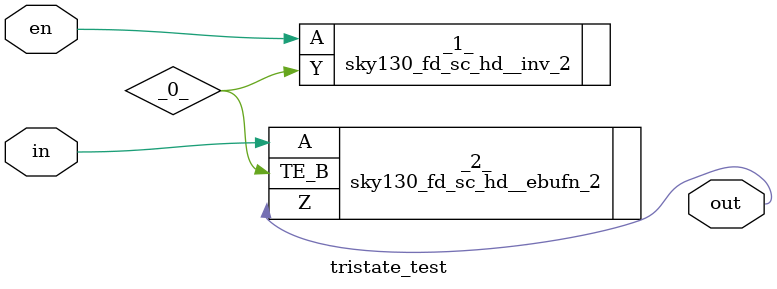
<source format=v>
module tristate_test (en,
    in,
    out);
 input en;
 input in;
 output out;

 wire _0_;

 sky130_fd_sc_hd__inv_2 _1_ (.A(en),
    .Y(_0_));
 sky130_fd_sc_hd__ebufn_2 _2_ (.A(in),
    .TE_B(_0_),
    .Z(out));
 sky130_fd_sc_hd__decap_3 PHY_EDGE_ROW_0_Right_0 ();
 sky130_fd_sc_hd__decap_3 PHY_EDGE_ROW_1_Right_1 ();
 sky130_fd_sc_hd__decap_3 PHY_EDGE_ROW_2_Right_2 ();
 sky130_fd_sc_hd__decap_3 PHY_EDGE_ROW_3_Right_3 ();
 sky130_fd_sc_hd__decap_3 PHY_EDGE_ROW_4_Right_4 ();
 sky130_fd_sc_hd__decap_3 PHY_EDGE_ROW_5_Right_5 ();
 sky130_fd_sc_hd__decap_3 PHY_EDGE_ROW_6_Right_6 ();
 sky130_fd_sc_hd__decap_3 PHY_EDGE_ROW_7_Right_7 ();
 sky130_fd_sc_hd__decap_3 PHY_EDGE_ROW_8_Right_8 ();
 sky130_fd_sc_hd__decap_3 PHY_EDGE_ROW_9_Right_9 ();
 sky130_fd_sc_hd__decap_3 PHY_EDGE_ROW_10_Right_10 ();
 sky130_fd_sc_hd__decap_3 PHY_EDGE_ROW_11_Right_11 ();
 sky130_fd_sc_hd__decap_3 PHY_EDGE_ROW_12_Right_12 ();
 sky130_fd_sc_hd__decap_3 PHY_EDGE_ROW_0_Left_13 ();
 sky130_fd_sc_hd__decap_3 PHY_EDGE_ROW_1_Left_14 ();
 sky130_fd_sc_hd__decap_3 PHY_EDGE_ROW_2_Left_15 ();
 sky130_fd_sc_hd__decap_3 PHY_EDGE_ROW_3_Left_16 ();
 sky130_fd_sc_hd__decap_3 PHY_EDGE_ROW_4_Left_17 ();
 sky130_fd_sc_hd__decap_3 PHY_EDGE_ROW_5_Left_18 ();
 sky130_fd_sc_hd__decap_3 PHY_EDGE_ROW_6_Left_19 ();
 sky130_fd_sc_hd__decap_3 PHY_EDGE_ROW_7_Left_20 ();
 sky130_fd_sc_hd__decap_3 PHY_EDGE_ROW_8_Left_21 ();
 sky130_fd_sc_hd__decap_3 PHY_EDGE_ROW_9_Left_22 ();
 sky130_fd_sc_hd__decap_3 PHY_EDGE_ROW_10_Left_23 ();
 sky130_fd_sc_hd__decap_3 PHY_EDGE_ROW_11_Left_24 ();
 sky130_fd_sc_hd__decap_3 PHY_EDGE_ROW_12_Left_25 ();
 sky130_fd_sc_hd__tapvpwrvgnd_1 TAP_TAPCELL_ROW_0_26 ();
 sky130_fd_sc_hd__tapvpwrvgnd_1 TAP_TAPCELL_ROW_0_27 ();
 sky130_fd_sc_hd__tapvpwrvgnd_1 TAP_TAPCELL_ROW_1_28 ();
 sky130_fd_sc_hd__tapvpwrvgnd_1 TAP_TAPCELL_ROW_2_29 ();
 sky130_fd_sc_hd__tapvpwrvgnd_1 TAP_TAPCELL_ROW_3_30 ();
 sky130_fd_sc_hd__tapvpwrvgnd_1 TAP_TAPCELL_ROW_4_31 ();
 sky130_fd_sc_hd__tapvpwrvgnd_1 TAP_TAPCELL_ROW_5_32 ();
 sky130_fd_sc_hd__tapvpwrvgnd_1 TAP_TAPCELL_ROW_6_33 ();
 sky130_fd_sc_hd__tapvpwrvgnd_1 TAP_TAPCELL_ROW_7_34 ();
 sky130_fd_sc_hd__tapvpwrvgnd_1 TAP_TAPCELL_ROW_8_35 ();
 sky130_fd_sc_hd__tapvpwrvgnd_1 TAP_TAPCELL_ROW_9_36 ();
 sky130_fd_sc_hd__tapvpwrvgnd_1 TAP_TAPCELL_ROW_10_37 ();
 sky130_fd_sc_hd__tapvpwrvgnd_1 TAP_TAPCELL_ROW_11_38 ();
 sky130_fd_sc_hd__tapvpwrvgnd_1 TAP_TAPCELL_ROW_12_39 ();
 sky130_fd_sc_hd__tapvpwrvgnd_1 TAP_TAPCELL_ROW_12_40 ();
endmodule

</source>
